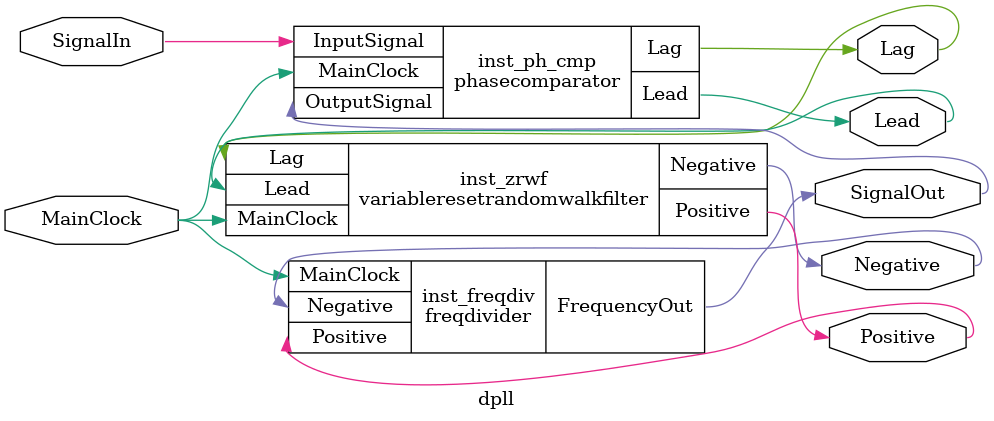
<source format=v>

/* phase comparator */
module phasecomparator(InputSignal, OutputSignal, MainClock, Lead, Lag);

input InputSignal, OutputSignal;    // PLL input(reference) and output(dejittered clock) signals
input MainClock;                    // System Clock
output Lead, Lag;                   // Lead and Lag signals

reg [1:0] InputSignalEdgeDet;       // detector of the rising edge
always @(posedge MainClock)
 begin
  InputSignalEdgeDet <= { InputSignalEdgeDet[0], InputSignal };
 end


/* this signal checked at rising edge of MainClock.       */
/* It's simple detector of the Input signal rising edge - */
/* When it detected then we check the level of the output.*/
/* There is possible to place additional 2 registers for  */
/* output signal for eliminatig  the cmp. constant phase error */
wire InputSignalEdge = (InputSignalEdgeDet == 2'b01);

/* "Lead" signal will be generate in case of output==1 during input rising edge*/
reg Lead, Lag;                   // outputs "Lead", "Lag" are registered
always @(posedge MainClock)
 begin                         
  Lag  <= ((InputSignalEdge == 1'b1)  && (OutputSignal == 1'b0));
  Lead <= ((InputSignalEdge == 1'b1)  && (OutputSignal == 1'b1));
 end

endmodule

/* Random Walk Filter with reset value of 0*/
module randomwalkfilter(MainClock, Lead, Lag, Positive, Negative);
 input  MainClock, Lead, Lag;    // System Clock and Phase Comparator signals
 output Positive, Negative;      // "positive shift" and "negative shift" outputs

/* some parametere are accessible from outside */
parameter FilterLength      = 8;
parameter FilterResetValue  = 4;
parameter FilterMaxValue    = FilterResetValue;
parameter FilterMinValue    = 256 - FilterResetValue;

/* reversive counter */ 
reg [FilterLength-1 : 0] FilterCounter;

/* calculation of output pulses synchrinized with MainClock */
always @(posedge MainClock)
 begin
  if((FilterCounter == FilterMaxValue) || (FilterCounter == FilterMinValue))
    FilterCounter <= 0;
    else
     begin
      if(Lead) FilterCounter <= FilterCounter + 1;
      if(Lag)  FilterCounter <= FilterCounter - 1;
     end
 end

/* making "Lead" and "Lag" signals when  */
/* counter reached max or min levels     */
reg Positive, Negative;
always @(posedge MainClock)
 begin
  Positive <= (FilterCounter == FilterMaxValue);
  Negative <= (FilterCounter == FilterMinValue);
 end

endmodule


/* random-walk filter with variable reset */

module variableresetrandomwalkfilter(MainClock, Lead, Lag, Positive, Negative);
 input  MainClock, Lead, Lag; // System Clock and Phase Comparator signals
 output Positive, Negative;   // "positive shift" and "negative shift" outputs

parameter N_FilterLength      = 8;
parameter N_FilterResetValue  = 8;
parameter N_FilterMaxValue    = N_FilterResetValue;

/* 256=2_PWR_8(counter length). Use this value because unsigned arithmetic */
parameter N_FilterMinValue    = 256 - N_FilterResetValue;

/* the counter length of reset scheme must be short */
parameter ResetterCounterLength   = 4;
parameter ResetterCounterMaxValue = 3;

/* 16=2_PWR_4 */
parameter ResetterCounterMinValue = 16 - 3;

/* counter "N - RandomWalkFilter" */ 
reg [N_FilterLength-1 : 0] N_FilterCounter;

/* connections of "M - RandomWalkFilter" */
wire Up, Down;
randomwalkfilter inst_M_Filter(.MainClock(MainClock), .Lead(Lead), .Lag(Lag),
                                             .Positive(Up), .Negative(Down));
//defparam inst_M_Filter.FilterResetValue = 32;  // length "M-RWF" = 32

/* Reset Scheme. This counter changes on "M-RWF" counter */
reg [ResetterCounterLength-1 : 0] ResetterCounter;
always @(posedge MainClock)
 begin
  if(Up)
   begin
    if((ResetterCounter < ResetterCounterMaxValue) || (ResetterCounter >= ResetterCounterMinValue))
     ResetterCounter <= ResetterCounter + 1;
   end
  else if(Down)
   begin
    if((ResetterCounter <= ResetterCounterMaxValue) || (ResetterCounter > ResetterCounterMinValue))
     ResetterCounter <= ResetterCounter - 1;
   end
  if((ResetterCounter > ResetterCounterMaxValue) && (ResetterCounter < ResetterCounterMinValue))
     ResetterCounter <= 0;
 end

/* Look-Up Table between ResetterCounter value and reset state of "N-RWF" */
reg [N_FilterLength-1 : 0] ResetterValue;
always @(*)//#1 
 begin
  case(ResetterCounter)
   16 - 3:  ResetterValue = 256 - 7;
   16 - 2:  ResetterValue = 256 - 6;
   16 - 1:  ResetterValue = 256 - 4;
   0:       ResetterValue = 0;
   1:       ResetterValue = 4;
   2:       ResetterValue = 6;
   3:       ResetterValue = 7;
   default: ResetterValue = 0;
  endcase
 end

/* "N-RWF" Filter has different reset states */
/* in accordance ResetterCounter value       */
always @(posedge MainClock)
 begin
  if((N_FilterCounter == N_FilterMaxValue) || (N_FilterCounter == N_FilterMinValue))
    N_FilterCounter <= ResetterValue;
    else
     begin
      if(Lead) N_FilterCounter <= N_FilterCounter + 1;
      if(Lag)  N_FilterCounter <= N_FilterCounter - 1;
     end
 end

/* making "Lead" and "Lag" signals when  */
/* counter reached max or min levels     */
reg Positive, Negative;
always @(posedge MainClock)
 begin
  Positive <= (N_FilterCounter == N_FilterMaxValue);
  Negative <= (N_FilterCounter == N_FilterMinValue);
 end

endmodule

/* frequency divider and phase controller */

module freqdivider(MainClock, Positive, Negative, FrequencyOut);
 input MainClock;                 // main clock
 input Positive, Negative;    // signals Positive, Negative are synchronous with MainClock
 output FrequencyOut;         // output frequency

/* needed counter length */
parameter DividerLength   = 7;

/*  controlled prescaler, after this prescales the "divider by 2" installed,     */
/*  so composite divide coefficient will be equivalent of 96 (in this example) - */
/*  it's necessary for work DPLL on frequency 192kHz with oscillator             */
/*  frequency 18432kHz                                                           */
/* additional divider by 2 used for getting output signal with duty factor of 2  */

parameter DividerMaxValue = 48;

reg [DividerLength-1 : 0] DividerCounter;
reg FrequencyOut;        // registered output

/* Process of freq. division according to  signals from Random  Deviations Filter:  */
/* if "lag" then counter will incremented by 2                                                                          */
/* if "lead" then counter will not changed                                                                                */
/* if there is no phase lead or lag then counter normally incremented by 1                          */

always @(posedge MainClock)
 begin
  if(DividerCounter >= (DividerMaxValue - 1))
    DividerCounter <= 0;
    else if(Negative)       DividerCounter <= DividerCounter + 2;
          else if(Positive) DividerCounter <= DividerCounter;
                else        DividerCounter <= DividerCounter + 1;
  if(DividerCounter == 0) FrequencyOut <= ~FrequencyOut;           // additional divider by 2 - for producing 50% duty factor of the output signal
 end

endmodule
/* Top module */
module dpll(SignalIn, SignalOut, MainClock,
            Positive, Negative, Lead, Lag
            );
input  SignalIn;                // input signal
input  MainClock;               // reference signal
output SignalOut;               // output
output Positive, Negative;      // internal DPLL signals
output Lead, Lag;               // internal DPLL signals

// phase comparator 
phasecomparator inst_ph_cmp(.MainClock(MainClock), .InputSignal(SignalIn),
                            .OutputSignal(SignalOut), .Lead(Lead), .Lag(Lag)
                            );
/*
// "Zero-Reset Random Walk Filter"
randomwalkfilter inst_zrwf(.MainClock(MainClock), .Lead(Lead), .Lag(Lag),
                           .Positive(Positive), .Negative(Negative)
                           );
*/

// "Variable-Reset Random Walk Filter"
variableresetrandomwalkfilter inst_zrwf(.MainClock(MainClock), .Lead(Lead), .Lag(Lag),
                           .Positive(Positive), .Negative(Negative)
                           );

// controlled frequency divider
freqdivider inst_freqdiv(.MainClock(MainClock), .FrequencyOut(SignalOut),
                           .Positive(Positive), .Negative(Negative)
                           );

endmodule

</source>
